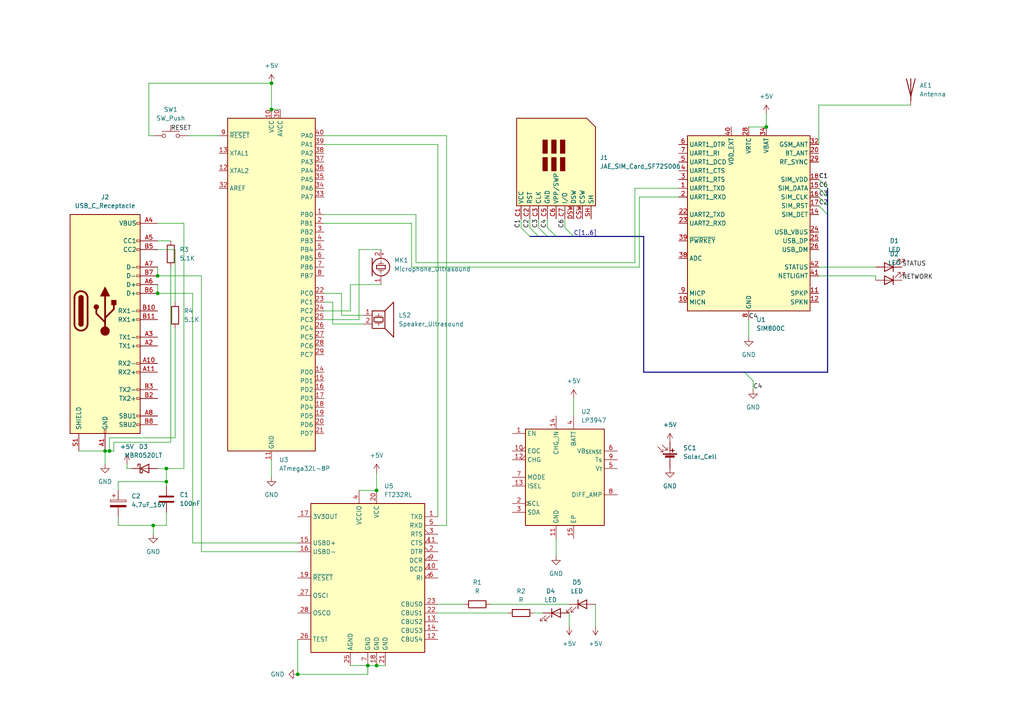
<source format=kicad_sch>
(kicad_sch (version 20231120) (generator "eeschema") (generator_version "8.0")
  (paper "A4")
  (lib_symbols
    (symbol "Battery_Management:LP3947"
      (property "Reference" "U" (at -12.7 17.78 0))
      (property "Value" "LP3947" (at -12.7 15.24 0))
      (symbol "LP3947_0_1"
        (rectangle (start -11.43 13.97) (end 11.43 -13.97) (stroke (width 0.254)) (fill (type background)))
      )
      (symbol "LP3947_1_1"
        (pin input line (at -15.24 12.7 0) (length 3.81) (name "EN") (number "1"))
        (pin open_collector output_low (at -15.24 7.62 0) (length 3.81) (name "EOC") (number "10"))
        (pin power_in line (at -2.54 -17.78 90) (length 3.81) (name "GND") (number "11"))
        (pin open_collector output_low (at -15.24 5.08 0) (length 3.81) (name "CHG") (number "12"))
        (pin input line (at -15.24 -2.54 0) (length 3.81) (name "ISEL") (number "13"))
        (pin power_in line (at -2.54 17.78 270) (length 3.81) (name "CHG_IN") (number "14"))
        (pin power_in line (at 2.54 -17.78 90) (length 3.81) (name "EP") (number "15"))
        (pin input clock (at -15.24 -7.62 0) (length 3.81) (name "SCL") (number "2"))
        (pin bidirectional line (at -15.24 -10.16 0) (length 3.81) (name "SDA") (number "3"))
        (pin power_out line (at 2.54 17.78 270) (length 3.81) (name "BATT") (number "4"))
        (pin power_out line (at 15.24 2.54 180) (length 3.81) (name "V_{T}") (number "5"))
        (pin input line (at 15.24 7.62 180) (length 3.81) (name "VB_{SENSE}") (number "6"))
        (pin input line (at -15.24 0 0) (length 3.81) (name "MODE") (number "7"))
        (pin output line (at 15.24 -5.08 180) (length 3.81) (name "DIFF_AMP") (number "8"))
        (pin input line (at 15.24 5.08 180) (length 3.81) (name "Ts") (number "9"))
      )
    )
    (symbol "Connector:JAE_SIM_Card_SF72S006"
      (property "Reference" "J" (at 5.08 12.7 0))
      (property "Value" "JAE_SIM_Card_SF72S006" (at 30.48 12.7 0))
      (symbol "JAE_SIM_Card_SF72S006_0_1"
        (polyline (pts (xy 3.81 11.43) (xy 3.81 -11.43) (xy 26.67 -11.43) (xy 29.21 -8.89) (xy 29.21 11.43) (xy 3.81 11.43)) (stroke (width 0.254)) (fill (type background)))
        (rectangle (start 13.97 -2.54) (end 17.78 -1.27) (stroke (width 0.254)) (fill (type outline)))
        (rectangle (start 13.97 0) (end 17.78 1.27) (stroke (width 0.254)) (fill (type outline)))
        (rectangle (start 13.97 2.54) (end 17.78 3.81) (stroke (width 0.254)) (fill (type outline)))
        (rectangle (start 19.05 -1.27) (end 22.86 -2.54) (stroke (width 0.254)) (fill (type outline)))
        (rectangle (start 19.05 0) (end 22.86 1.27) (stroke (width 0.254)) (fill (type outline)))
        (rectangle (start 19.05 2.54) (end 22.86 3.81) (stroke (width 0.254)) (fill (type outline)))
      )
      (symbol "JAE_SIM_Card_SF72S006_1_1"
        (pin power_in line (at 0 10.16 0) (length 3.81) (name "VCC") (number "C1"))
        (pin input line (at 0 7.62 0) (length 3.81) (name "RST") (number "C2"))
        (pin input line (at 0 5.08 0) (length 3.81) (name "CLK") (number "C3"))
        (pin power_in line (at 0 2.54 0) (length 3.81) (name "GND") (number "C5"))
        (pin bidirectional line (at 0 0 0) (length 3.81) (name "VPP/SWP") (number "C6"))
        (pin bidirectional line (at 0 -2.54 0) (length 3.81) (name "I/O") (number "C7"))
        (pin passive line (at 0 -7.62 0) (length 3.81) (name "CSW") (number "CSW"))
        (pin passive line (at 0 -5.08 0) (length 3.81) (name "DSW") (number "DSW"))
        (pin passive line (at 0 -10.16 0) (length 3.81) (name "SH") (number "SH"))
      )
    )
    (symbol "Connector:USB_C_Receptacle" (pin_names (offset 1.016))
      (property "Reference" "J" (at -10.16 29.21 0))
      (property "Value" "USB_C_Receptacle" (at 10.16 29.21 0))
      (symbol "USB_C_Receptacle_0_0"
        (rectangle (start -0.254 -35.56) (end 0.254 -34.544))
        (rectangle (start 10.16 -32.766) (end 9.144 -33.274))
        (rectangle (start 10.16 -30.226) (end 9.144 -30.734))
        (rectangle (start 10.16 -25.146) (end 9.144 -25.654))
        (rectangle (start 10.16 -22.606) (end 9.144 -23.114))
        (rectangle (start 10.16 -17.526) (end 9.144 -18.034))
        (rectangle (start 10.16 -14.986) (end 9.144 -15.494))
        (rectangle (start 10.16 -9.906) (end 9.144 -10.414))
        (rectangle (start 10.16 -7.366) (end 9.144 -7.874))
        (rectangle (start 10.16 -2.286) (end 9.144 -2.794))
        (rectangle (start 10.16 0.254) (end 9.144 -0.254))
        (rectangle (start 10.16 5.334) (end 9.144 4.826))
        (rectangle (start 10.16 7.874) (end 9.144 7.366))
        (rectangle (start 10.16 10.414) (end 9.144 9.906))
        (rectangle (start 10.16 12.954) (end 9.144 12.446))
        (rectangle (start 10.16 18.034) (end 9.144 17.526))
        (rectangle (start 10.16 20.574) (end 9.144 20.066))
        (rectangle (start 10.16 25.654) (end 9.144 25.146))
      )
      (symbol "USB_C_Receptacle_0_1"
        (rectangle (start -10.16 27.94) (end 10.16 -35.56) (stroke (width 0.254)) (fill (type background)))
        (arc (start -8.89 -3.81) (mid -6.985 -5.7067) (end -5.08 -3.81) (stroke (width 0.508)))
        (arc (start -7.62 -3.81) (mid -6.985 -4.4423) (end -6.35 -3.81) (stroke (width 0.254)))
        (arc (start -7.62 -3.81) (mid -6.985 -4.4423) (end -6.35 -3.81) (stroke (width 0.254)) (fill (type outline)))
        (rectangle (start -7.62 -3.81) (end -6.35 3.81) (stroke (width 0.254)) (fill (type outline)))
        (arc (start -6.35 3.81) (mid -6.985 4.4423) (end -7.62 3.81) (stroke (width 0.254)))
        (arc (start -6.35 3.81) (mid -6.985 4.4423) (end -7.62 3.81) (stroke (width 0.254)) (fill (type outline)))
        (arc (start -5.08 3.81) (mid -6.985 5.7067) (end -8.89 3.81) (stroke (width 0.508)))
        (polyline (pts (xy -8.89 -3.81) (xy -8.89 3.81)) (stroke (width 0.508)))
        (polyline (pts (xy -5.08 3.81) (xy -5.08 -3.81)) (stroke (width 0.508)))
      )
      (symbol "USB_C_Receptacle_1_1"
        (circle (center -2.54 1.143) (radius 0.635) (stroke (width 0.254)) (fill (type outline)))
        (circle (center 0 -5.842) (radius 1.27) (fill (type outline)))
        (polyline (pts (xy 0 -5.842) (xy 0 4.318)) (stroke (width 0.508)))
        (polyline (pts (xy 0 -3.302) (xy -2.54 -0.762) (xy -2.54 0.508)) (stroke (width 0.508)))
        (polyline (pts (xy 0 -2.032) (xy 2.54 0.508) (xy 2.54 1.778)) (stroke (width 0.508)))
        (polyline (pts (xy -1.27 4.318) (xy 0 6.858) (xy 1.27 4.318) (xy -1.27 4.318)) (stroke (width 0.254)) (fill (type outline)))
        (rectangle (start 1.905 1.778) (end 3.175 3.048) (stroke (width 0.254)) (fill (type outline)))
        (pin passive line (at 0 -40.64 90) (length 5.08) (name "GND") (number "A1"))
        (pin bidirectional line (at 15.24 -15.24 180) (length 5.08) (name "RX2-") (number "A10"))
        (pin bidirectional line (at 15.24 -17.78 180) (length 5.08) (name "RX2+") (number "A11"))
        (pin passive line (at 0 -40.64 90) (length 5.08) hide (name "GND") (number "A12"))
        (pin bidirectional line (at 15.24 -10.16 180) (length 5.08) (name "TX1+") (number "A2"))
        (pin bidirectional line (at 15.24 -7.62 180) (length 5.08) (name "TX1-") (number "A3"))
        (pin passive line (at 15.24 25.4 180) (length 5.08) (name "VBUS") (number "A4"))
        (pin bidirectional line (at 15.24 20.32 180) (length 5.08) (name "CC1") (number "A5"))
        (pin bidirectional line (at 15.24 7.62 180) (length 5.08) (name "D+") (number "A6"))
        (pin bidirectional line (at 15.24 12.7 180) (length 5.08) (name "D-") (number "A7"))
        (pin bidirectional line (at 15.24 -30.48 180) (length 5.08) (name "SBU1") (number "A8"))
        (pin passive line (at 15.24 25.4 180) (length 5.08) hide (name "VBUS") (number "A9"))
        (pin passive line (at 0 -40.64 90) (length 5.08) hide (name "GND") (number "B1"))
        (pin bidirectional line (at 15.24 0 180) (length 5.08) (name "RX1-") (number "B10"))
        (pin bidirectional line (at 15.24 -2.54 180) (length 5.08) (name "RX1+") (number "B11"))
        (pin passive line (at 0 -40.64 90) (length 5.08) hide (name "GND") (number "B12"))
        (pin bidirectional line (at 15.24 -25.4 180) (length 5.08) (name "TX2+") (number "B2"))
        (pin bidirectional line (at 15.24 -22.86 180) (length 5.08) (name "TX2-") (number "B3"))
        (pin passive line (at 15.24 25.4 180) (length 5.08) hide (name "VBUS") (number "B4"))
        (pin bidirectional line (at 15.24 17.78 180) (length 5.08) (name "CC2") (number "B5"))
        (pin bidirectional line (at 15.24 5.08 180) (length 5.08) (name "D+") (number "B6"))
        (pin bidirectional line (at 15.24 10.16 180) (length 5.08) (name "D-") (number "B7"))
        (pin bidirectional line (at 15.24 -33.02 180) (length 5.08) (name "SBU2") (number "B8"))
        (pin passive line (at 15.24 25.4 180) (length 5.08) hide (name "VBUS") (number "B9"))
        (pin passive line (at -7.62 -40.64 90) (length 5.08) (name "SHIELD") (number "S1"))
      )
    )
    (symbol "Device:Antenna" (pin_numbers hide) (pin_names (offset 1.016) hide)
      (property "Reference" "AE" (at -1.905 1.905 0))
      (property "Value" "Antenna" (at -1.905 0 0))
      (symbol "Antenna_0_1"
        (polyline (pts (xy 0 2.54) (xy 0 -3.81)) (stroke (width 0.254)))
        (polyline (pts (xy 1.27 2.54) (xy 0 -2.54) (xy -1.27 2.54)) (stroke (width 0.254)))
      )
      (symbol "Antenna_1_1"
        (pin input line (at 0 -5.08 90) (length 2.54) (name "A") (number "1"))
      )
    )
    (symbol "Device:C" (pin_numbers hide) (pin_names (offset 0.254))
      (property "Reference" "C" (at 0.635 2.54 0))
      (property "Value" "C" (at 0.635 -2.54 0))
      (symbol "C_0_1"
        (polyline (pts (xy -2.032 -0.762) (xy 2.032 -0.762)) (stroke (width 0.508)))
        (polyline (pts (xy -2.032 0.762) (xy 2.032 0.762)) (stroke (width 0.508)))
      )
      (symbol "C_1_1"
        (pin passive line (at 0 3.81 270) (length 2.794) (name "~") (number "1"))
        (pin passive line (at 0 -3.81 90) (length 2.794) (name "~") (number "2"))
      )
    )
    (symbol "Device:C_Polarized" (pin_numbers hide) (pin_names (offset 0.254))
      (property "Reference" "C" (at 0.635 2.54 0))
      (property "Value" "C_Polarized" (at 0.635 -2.54 0))
      (symbol "C_Polarized_0_1"
        (rectangle (start -2.286 0.508) (end 2.286 1.016))
        (polyline (pts (xy -1.778 2.286) (xy -0.762 2.286)))
        (polyline (pts (xy -1.27 2.794) (xy -1.27 1.778)))
        (rectangle (start 2.286 -0.508) (end -2.286 -1.016) (fill (type outline)))
      )
      (symbol "C_Polarized_1_1"
        (pin passive line (at 0 3.81 270) (length 2.794) (name "~") (number "1"))
        (pin passive line (at 0 -3.81 90) (length 2.794) (name "~") (number "2"))
      )
    )
    (symbol "Device:LED" (pin_numbers hide) (pin_names (offset 1.016) hide)
      (property "Reference" "D" (at 0 2.54 0))
      (property "Value" "LED" (at 0 -2.54 0))
      (symbol "LED_0_1"
        (polyline (pts (xy -1.27 -1.27) (xy -1.27 1.27)) (stroke (width 0.254)))
        (polyline (pts (xy -1.27 0) (xy 1.27 0)))
        (polyline (pts (xy 1.27 -1.27) (xy 1.27 1.27) (xy -1.27 0) (xy 1.27 -1.27)) (stroke (width 0.254)))
        (polyline (pts (xy -3.048 -0.762) (xy -4.572 -2.286) (xy -3.81 -2.286) (xy -4.572 -2.286) (xy -4.572 -1.524)))
        (polyline (pts (xy -1.778 -0.762) (xy -3.302 -2.286) (xy -2.54 -2.286) (xy -3.302 -2.286) (xy -3.302 -1.524)))
      )
      (symbol "LED_1_1"
        (pin passive line (at -3.81 0 0) (length 2.54) (name "K") (number "1"))
        (pin passive line (at 3.81 0 180) (length 2.54) (name "A") (number "2"))
      )
    )
    (symbol "Device:Microphone_Ultrasound" (pin_names (offset 0.0254) hide)
      (property "Reference" "MK" (at -3.81 1.143 0))
      (property "Value" "Microphone_Ultrasound" (at -3.81 -0.762 0))
      (symbol "Microphone_Ultrasound_0_1"
        (rectangle (start -1.27 0.508) (end 1.27 -0.508) (stroke (width 0.254)))
        (polyline (pts (xy -2.54 2.54) (xy -2.54 -2.54)) (stroke (width 0.254)))
        (polyline (pts (xy -0.762 -1.016) (xy 0.762 -1.016)))
        (polyline (pts (xy -0.762 1.016) (xy 0.762 1.016)))
        (polyline (pts (xy 0 -1.016) (xy 0 -1.778)))
        (polyline (pts (xy 0 1.016) (xy 0 1.778)))
        (polyline (pts (xy 0.254 3.81) (xy 0.762 3.81)))
        (polyline (pts (xy 0.508 4.064) (xy 0.508 3.556)))
        (circle (center 0 0) (radius 2.54) (stroke (width 0.254)))
      )
      (symbol "Microphone_Ultrasound_1_1"
        (pin passive line (at 0 -5.08 90) (length 2.54) (name "-") (number "1"))
        (pin passive line (at 0 5.08 270) (length 2.54) (name "+") (number "2"))
      )
    )
    (symbol "Device:R" (pin_numbers hide) (pin_names (offset 0))
      (property "Reference" "R" (at 2.032 0 90))
      (property "Value" "R" (at 0 0 90))
      (symbol "R_0_1"
        (rectangle (start -1.016 -2.54) (end 1.016 2.54) (stroke (width 0.254)))
      )
      (symbol "R_1_1"
        (pin passive line (at 0 3.81 270) (length 1.27) (name "~") (number "1"))
        (pin passive line (at 0 -3.81 90) (length 1.27) (name "~") (number "2"))
      )
    )
    (symbol "Device:Solar_Cell" (pin_numbers hide) (pin_names (offset 0) hide)
      (property "Reference" "SC" (at 2.54 2.54 0))
      (property "Value" "Solar_Cell" (at 2.54 0 0))
      (symbol "Solar_Cell_0_1"
        (rectangle (start -2.032 1.778) (end 2.032 1.524) (fill (type outline)))
        (rectangle (start -1.3208 1.1938) (end 1.27 0.6858) (fill (type outline)))
        (polyline (pts (xy -2.032 2.286) (xy -3.556 3.81)))
        (polyline (pts (xy -0.762 2.794) (xy -2.286 4.318)))
        (polyline (pts (xy 0 0.762) (xy 0 0)))
        (polyline (pts (xy 0 1.778) (xy 0 2.54)))
        (polyline (pts (xy 0.254 2.667) (xy 1.27 2.667)) (stroke (width 0.254)))
        (polyline (pts (xy 0.762 3.175) (xy 0.762 2.159)) (stroke (width 0.254)))
        (polyline (pts (xy -2.032 3.048) (xy -2.032 2.286) (xy -2.794 2.286)))
        (polyline (pts (xy -0.762 3.556) (xy -0.762 2.794) (xy -1.524 2.794)))
      )
      (symbol "Solar_Cell_1_1"
        (pin passive line (at 0 5.08 270) (length 2.54) (name "+") (number "1"))
        (pin passive line (at 0 -2.54 90) (length 2.54) (name "-") (number "2"))
      )
    )
    (symbol "Device:Speaker_Ultrasound" (pin_names (offset 0) hide)
      (property "Reference" "LS" (at 0.635 5.715 0))
      (property "Value" "Speaker_Ultrasound" (at 0.635 3.81 0))
      (symbol "Speaker_Ultrasound_0_0"
        (rectangle (start -2.54 1.27) (end 1.143 -3.81) (stroke (width 0.254)))
        (rectangle (start -2.032 -0.635) (end 0.635 -1.905) (stroke (width 0.254)))
        (polyline (pts (xy -1.651 -2.286) (xy 0.381 -2.286)))
        (polyline (pts (xy -1.651 -0.254) (xy 0.381 -0.254)))
        (polyline (pts (xy -0.635 -2.286) (xy -0.635 -3.048)))
        (polyline (pts (xy -0.635 -0.254) (xy -0.635 0.508)))
        (polyline (pts (xy 1.143 1.27) (xy 3.683 3.81) (xy 3.683 -6.35) (xy 1.143 -3.81)) (stroke (width 0.254)))
      )
      (symbol "Speaker_Ultrasound_1_1"
        (pin input line (at -5.08 0 0) (length 2.54) (name "1") (number "1"))
        (pin input line (at -5.08 -2.54 0) (length 2.54) (name "2") (number "2"))
      )
    )
    (symbol "Diode:MBR0520LT" (pin_numbers hide) (pin_names (offset 1.016) hide)
      (property "Reference" "D" (at 0 2.54 0))
      (property "Value" "MBR0520LT" (at 0 -2.54 0))
      (symbol "MBR0520LT_0_1"
        (polyline (pts (xy 1.27 0) (xy -1.27 0)))
        (polyline (pts (xy 1.27 1.27) (xy 1.27 -1.27) (xy -1.27 0) (xy 1.27 1.27)) (stroke (width 0.254)))
        (polyline (pts (xy -1.905 0.635) (xy -1.905 1.27) (xy -1.27 1.27) (xy -1.27 -1.27) (xy -0.635 -1.27) (xy -0.635 -0.635)) (stroke (width 0.254)))
      )
      (symbol "MBR0520LT_1_1"
        (pin passive line (at -3.81 0 0) (length 2.54) (name "K") (number "1"))
        (pin passive line (at 3.81 0 180) (length 2.54) (name "A") (number "2"))
      )
    )
    (symbol "Interface_USB:FT232RL"
      (property "Reference" "U" (at -16.51 22.86 0))
      (property "Value" "FT232RL" (at 10.16 22.86 0))
      (symbol "FT232RL_0_1"
        (rectangle (start -16.51 21.59) (end 16.51 -21.59) (stroke (width 0.254)) (fill (type background)))
      )
      (symbol "FT232RL_1_1"
        (pin output line (at 20.32 17.78 180) (length 3.81) (name "TXD") (number "1"))
        (pin input input_low (at 20.32 2.54 180) (length 3.81) (name "DCD") (number "10"))
        (pin input input_low (at 20.32 10.16 180) (length 3.81) (name "CTS") (number "11"))
        (pin bidirectional line (at 20.32 -17.78 180) (length 3.81) (name "CBUS4") (number "12"))
        (pin bidirectional line (at 20.32 -12.7 180) (length 3.81) (name "CBUS2") (number "13"))
        (pin bidirectional line (at 20.32 -15.24 180) (length 3.81) (name "CBUS3") (number "14"))
        (pin bidirectional line (at -20.32 10.16 0) (length 3.81) (name "USBD+") (number "15"))
        (pin bidirectional line (at -20.32 7.62 0) (length 3.81) (name "USBD-") (number "16"))
        (pin power_out line (at -20.32 17.78 0) (length 3.81) (name "3V3OUT") (number "17"))
        (pin power_in line (at 2.54 -25.4 90) (length 3.81) (name "GND") (number "18"))
        (pin input line (at -20.32 0 0) (length 3.81) (name "~{RESET}") (number "19"))
        (pin output output_low (at 20.32 7.62 180) (length 3.81) (name "DTR") (number "2"))
        (pin power_in line (at 2.54 25.4 270) (length 3.81) (name "VCC") (number "20"))
        (pin power_in line (at 5.08 -25.4 90) (length 3.81) (name "GND") (number "21"))
        (pin bidirectional line (at 20.32 -10.16 180) (length 3.81) (name "CBUS1") (number "22"))
        (pin bidirectional line (at 20.32 -7.62 180) (length 3.81) (name "CBUS0") (number "23"))
        (pin power_in line (at -5.08 -25.4 90) (length 3.81) (name "AGND") (number "25"))
        (pin input line (at -20.32 -17.78 0) (length 3.81) (name "TEST") (number "26"))
        (pin input line (at -20.32 -5.08 0) (length 3.81) (name "OSCI") (number "27"))
        (pin output line (at -20.32 -10.16 0) (length 3.81) (name "OSCO") (number "28"))
        (pin output output_low (at 20.32 12.7 180) (length 3.81) (name "RTS") (number "3"))
        (pin power_in line (at -2.54 25.4 270) (length 3.81) (name "VCCIO") (number "4"))
        (pin input line (at 20.32 15.24 180) (length 3.81) (name "RXD") (number "5"))
        (pin input input_low (at 20.32 0 180) (length 3.81) (name "RI") (number "6"))
        (pin power_in line (at 0 -25.4 90) (length 3.81) (name "GND") (number "7"))
        (pin input input_low (at 20.32 5.08 180) (length 3.81) (name "DCR") (number "9"))
      )
    )
    (symbol "MCU_Microchip_ATmega:ATmega32L-8P"
      (property "Reference" "U" (at -12.7 49.53 0))
      (property "Value" "ATmega32L-8P" (at 2.54 -49.53 0))
      (symbol "ATmega32L-8P_0_1"
        (rectangle (start -12.7 -48.26) (end 12.7 48.26) (stroke (width 0.254)) (fill (type background)))
      )
      (symbol "ATmega32L-8P_1_1"
        (pin bidirectional line (at 15.24 20.32 180) (length 2.54) (name "PB0") (number "1"))
        (pin power_in line (at 0 50.8 270) (length 2.54) (name "VCC") (number "10"))
        (pin power_in line (at 0 -50.8 90) (length 2.54) (name "GND") (number "11"))
        (pin output line (at -15.24 33.02 0) (length 2.54) (name "XTAL2") (number "12"))
        (pin input line (at -15.24 38.1 0) (length 2.54) (name "XTAL1") (number "13"))
        (pin bidirectional line (at 15.24 -25.4 180) (length 2.54) (name "PD0") (number "14"))
        (pin bidirectional line (at 15.24 -27.94 180) (length 2.54) (name "PD1") (number "15"))
        (pin bidirectional line (at 15.24 -30.48 180) (length 2.54) (name "PD2") (number "16"))
        (pin bidirectional line (at 15.24 -33.02 180) (length 2.54) (name "PD3") (number "17"))
        (pin bidirectional line (at 15.24 -35.56 180) (length 2.54) (name "PD4") (number "18"))
        (pin bidirectional line (at 15.24 -38.1 180) (length 2.54) (name "PD5") (number "19"))
        (pin bidirectional line (at 15.24 17.78 180) (length 2.54) (name "PB1") (number "2"))
        (pin bidirectional line (at 15.24 -40.64 180) (length 2.54) (name "PD6") (number "20"))
        (pin bidirectional line (at 15.24 -43.18 180) (length 2.54) (name "PD7") (number "21"))
        (pin bidirectional line (at 15.24 -2.54 180) (length 2.54) (name "PC0") (number "22"))
        (pin bidirectional line (at 15.24 -5.08 180) (length 2.54) (name "PC1") (number "23"))
        (pin bidirectional line (at 15.24 -7.62 180) (length 2.54) (name "PC2") (number "24"))
        (pin bidirectional line (at 15.24 -10.16 180) (length 2.54) (name "PC3") (number "25"))
        (pin bidirectional line (at 15.24 -12.7 180) (length 2.54) (name "PC4") (number "26"))
        (pin bidirectional line (at 15.24 -15.24 180) (length 2.54) (name "PC5") (number "27"))
        (pin bidirectional line (at 15.24 -17.78 180) (length 2.54) (name "PC6") (number "28"))
        (pin bidirectional line (at 15.24 -20.32 180) (length 2.54) (name "PC7") (number "29"))
        (pin bidirectional line (at 15.24 15.24 180) (length 2.54) (name "PB2") (number "3"))
        (pin power_in line (at 2.54 50.8 270) (length 2.54) (name "AVCC") (number "30"))
        (pin passive line (at 0 -50.8 90) (length 2.54) hide (name "GND") (number "31"))
        (pin passive line (at -15.24 27.94 0) (length 2.54) (name "AREF") (number "32"))
        (pin bidirectional line (at 15.24 25.4 180) (length 2.54) (name "PA7") (number "33"))
        (pin bidirectional line (at 15.24 27.94 180) (length 2.54) (name "PA6") (number "34"))
        (pin bidirectional line (at 15.24 30.48 180) (length 2.54) (name "PA5") (number "35"))
        (pin bidirectional line (at 15.24 33.02 180) (length 2.54) (name "PA4") (number "36"))
        (pin bidirectional line (at 15.24 35.56 180) (length 2.54) (name "PA3") (number "37"))
        (pin bidirectional line (at 15.24 38.1 180) (length 2.54) (name "PA2") (number "38"))
        (pin bidirectional line (at 15.24 40.64 180) (length 2.54) (name "PA1") (number "39"))
        (pin bidirectional line (at 15.24 12.7 180) (length 2.54) (name "PB3") (number "4"))
        (pin bidirectional line (at 15.24 43.18 180) (length 2.54) (name "PA0") (number "40"))
        (pin bidirectional line (at 15.24 10.16 180) (length 2.54) (name "PB4") (number "5"))
        (pin bidirectional line (at 15.24 7.62 180) (length 2.54) (name "PB5") (number "6"))
        (pin bidirectional line (at 15.24 5.08 180) (length 2.54) (name "PB6") (number "7"))
        (pin bidirectional line (at 15.24 2.54 180) (length 2.54) (name "PB7") (number "8"))
        (pin input line (at -15.24 43.18 0) (length 2.54) (name "~{RESET}") (number "9"))
      )
    )
    (symbol "RF_GSM:SIM800C"
      (property "Reference" "U" (at -15.24 26.67 0))
      (property "Value" "SIM800C" (at 12.7 26.67 0))
      (symbol "SIM800C_0_1"
        (rectangle (start -17.78 25.4) (end 17.78 -25.4) (stroke (width 0.254)) (fill (type background)))
      )
      (symbol "SIM800C_1_1"
        (pin output line (at -20.32 10.16 0) (length 2.54) (name "UART1_TXD") (number "1"))
        (pin input line (at -20.32 -22.86 0) (length 2.54) (name "MICN") (number "10"))
        (pin output line (at 20.32 -20.32 180) (length 2.54) (name "SPKP") (number "11"))
        (pin output line (at 20.32 -22.86 180) (length 2.54) (name "SPKN") (number "12"))
        (pin passive line (at 0 -27.94 90) (length 2.54) hide (name "GND") (number "13"))
        (pin input line (at 20.32 2.54 180) (length 2.54) (name "SIM_DET") (number "14"))
        (pin bidirectional line (at 20.32 10.16 180) (length 2.54) (name "SIM_DATA") (number "15"))
        (pin output line (at 20.32 7.62 180) (length 2.54) (name "SIM_CLK") (number "16"))
        (pin output line (at 20.32 5.08 180) (length 2.54) (name "SIM_RST") (number "17"))
        (pin power_out line (at 20.32 12.7 180) (length 2.54) (name "SIM_VDD") (number "18"))
        (pin passive line (at 0 -27.94 90) (length 2.54) hide (name "GND") (number "19"))
        (pin input line (at -20.32 7.62 0) (length 2.54) (name "UART1_RXD") (number "2"))
        (pin passive line (at 20.32 20.32 180) (length 2.54) (name "BT_ANT") (number "20"))
        (pin passive line (at 0 -27.94 90) (length 2.54) hide (name "GND") (number "21"))
        (pin output line (at -20.32 2.54 0) (length 2.54) (name "UART2_TXD") (number "22"))
        (pin input line (at -20.32 0 0) (length 2.54) (name "UART2_RXD") (number "23"))
        (pin input line (at 20.32 -2.54 180) (length 2.54) (name "USB_VBUS") (number "24"))
        (pin bidirectional line (at 20.32 -5.08 180) (length 2.54) (name "USB_DP") (number "25"))
        (pin bidirectional line (at 20.32 -7.62 180) (length 2.54) (name "USB_DM") (number "26"))
        (pin passive line (at 0 -27.94 90) (length 2.54) hide (name "GND") (number "27"))
        (pin power_in line (at 0 27.94 270) (length 2.54) (name "VRTC") (number "28"))
        (pin output line (at 20.32 17.78 180) (length 2.54) (name "RF_SYNC") (number "29"))
        (pin input line (at -20.32 12.7 0) (length 2.54) (name "UART1_RTS") (number "3"))
        (pin passive line (at 0 -27.94 90) (length 2.54) hide (name "GND") (number "30"))
        (pin passive line (at 0 -27.94 90) (length 2.54) hide (name "GND") (number "31"))
        (pin passive line (at 20.32 22.86 180) (length 2.54) (name "GSM_ANT") (number "32"))
        (pin passive line (at 0 -27.94 90) (length 2.54) hide (name "GND") (number "33"))
        (pin power_in line (at 5.08 27.94 270) (length 2.54) (name "VBAT") (number "34"))
        (pin passive line (at 5.08 27.94 270) (length 2.54) hide (name "VBAT") (number "35"))
        (pin passive line (at 0 -27.94 90) (length 2.54) hide (name "GND") (number "36"))
        (pin passive line (at 0 -27.94 90) (length 2.54) hide (name "GND") (number "37"))
        (pin input line (at -20.32 -10.16 0) (length 2.54) (name "ADC") (number "38"))
        (pin input line (at -20.32 -5.08 0) (length 2.54) (name "~{PWRKEY}") (number "39"))
        (pin output line (at -20.32 15.24 0) (length 2.54) (name "UART1_CTS") (number "4"))
        (pin power_out line (at -5.08 27.94 270) (length 2.54) (name "VDD_EXT") (number "40"))
        (pin output line (at 20.32 -15.24 180) (length 2.54) (name "NETLIGHT") (number "41"))
        (pin output line (at 20.32 -12.7 180) (length 2.54) (name "STATUS") (number "42"))
        (pin output line (at -20.32 17.78 0) (length 2.54) (name "UART1_DCD") (number "5"))
        (pin input line (at -20.32 22.86 0) (length 2.54) (name "UART1_DTR") (number "6"))
        (pin output line (at -20.32 20.32 0) (length 2.54) (name "UART1_RI") (number "7"))
        (pin power_in line (at 0 -27.94 90) (length 2.54) (name "GND") (number "8"))
        (pin input line (at -20.32 -20.32 0) (length 2.54) (name "MICP") (number "9"))
      )
    )
    (symbol "Switch:SW_Push" (pin_numbers hide) (pin_names (offset 1.016) hide)
      (property "Reference" "SW" (at 1.27 2.54 0))
      (property "Value" "SW_Push" (at 0 -1.524 0))
      (symbol "SW_Push_0_1"
        (circle (center -2.032 0) (radius 0.508))
        (polyline (pts (xy 0 1.27) (xy 0 3.048)))
        (polyline (pts (xy 2.54 1.27) (xy -2.54 1.27)))
        (circle (center 2.032 0) (radius 0.508))
        (pin passive line (at -5.08 0 0) (length 2.54) (name "1") (number "1"))
        (pin passive line (at 5.08 0 180) (length 2.54) (name "2") (number "2"))
      )
    )
    (symbol "power:+5V" (power) (pin_names (offset 0))
      (property "Value" "+5V" (at 0 3.556 0))
      (symbol "+5V_0_1"
        (polyline (pts (xy -0.762 1.27) (xy 0 2.54)))
        (polyline (pts (xy 0 0) (xy 0 2.54)))
        (polyline (pts (xy 0 2.54) (xy 0.762 1.27)))
      )
      (symbol "+5V_1_1"
        (pin power_in line (at 0 0 90) (length 0) hide (name "+5V") (number "1"))
      )
    )
    (symbol "power:GND" (power) (pin_names (offset 0))
      (property "Value" "GND" (at 0 -3.81 0))
      (symbol "GND_0_1"
        (polyline (pts (xy 0 0) (xy 0 -1.27) (xy 1.27 -1.27) (xy 0 -2.54) (xy -1.27 -1.27) (xy 0 -1.27)))
      )
      (symbol "GND_1_1"
        (pin power_in line (at 0 0 270) (length 0) hide (name "GND") (number "1"))
      )
    )
  )
  (junction (at 45.72 85.09))
  (junction (at 30.48 130.81))
  (junction (at 78.74 31.75))
  (junction (at 109.22 142.24))
  (junction (at 48.26 135.89))
  (junction (at 106.68 193.04))
  (junction (at 78.74 24.13))
  (junction (at 222.25 36.83))
  (junction (at 31.75 130.81))
  (junction (at 45.72 80.01))
  (junction (at 86.36 195.58))
  (junction (at 48.26 139.7))
  (junction (at 109.22 193.04))
  (junction (at 44.45 152.4))
  (bus_entry (at 240.03 54.61) (size -2.54 -2.54))
  (bus_entry (at 240.03 62.23) (size -2.54 -2.54))
  (bus_entry (at 240.03 57.15) (size -2.54 -2.54))
  (bus_entry (at 158.75 66.04) (size 2.54 2.54))
  (bus_entry (at 163.83 66.04) (size 2.54 2.54))
  (bus_entry (at 151.13 66.04) (size 2.54 2.54))
  (bus_entry (at 153.67 66.04) (size 2.54 2.54))
  (bus_entry (at 215.9 107.95) (size 2.54 2.54))
  (bus_entry (at 240.03 59.69) (size -2.54 -2.54))
  (bus_entry (at 156.21 66.04) (size 2.54 2.54))
  (wire (pts (xy 106.68 193.04) (xy 106.68 195.58)))
  (wire (pts (xy 78.74 133.35) (xy 78.74 138.43)))
  (bus (pts (xy 158.75 68.58) (xy 161.29 68.58)))
  (wire (pts (xy 218.44 110.49) (xy 218.44 113.03)))
  (wire (pts (xy 93.98 64.77) (xy 119.38 64.77)))
  (wire (pts (xy 264.16 30.48) (xy 237.49 30.48)))
  (wire (pts (xy 127 177.8) (xy 147.32 177.8)))
  (wire (pts (xy 43.18 24.13) (xy 43.18 39.37)))
  (wire (pts (xy 105.41 91.44) (xy 99.06 91.44)))
  (wire (pts (xy 101.6 193.04) (xy 106.68 193.04)))
  (wire (pts (xy 34.29 139.7) (xy 48.26 139.7)))
  (wire (pts (xy 48.26 152.4) (xy 44.45 152.4)))
  (wire (pts (xy 165.1 177.8) (xy 165.1 181.61)))
  (wire (pts (xy 78.74 31.75) (xy 78.74 24.13)))
  (bus (pts (xy 186.69 107.95) (xy 215.9 107.95)))
  (wire (pts (xy 106.68 193.04) (xy 109.22 193.04)))
  (wire (pts (xy 184.15 76.2) (xy 120.65 76.2)))
  (wire (pts (xy 30.48 130.81) (xy 30.48 134.62)))
  (wire (pts (xy 48.26 135.89) (xy 48.26 139.7)))
  (wire (pts (xy 55.88 85.09) (xy 55.88 157.48)))
  (wire (pts (xy 104.14 72.39) (xy 104.14 92.71)))
  (wire (pts (xy 55.88 157.48) (xy 86.36 157.48)))
  (bus (pts (xy 156.21 68.58) (xy 158.75 68.58)))
  (wire (pts (xy 120.65 62.23) (xy 120.65 76.2)))
  (wire (pts (xy 78.74 24.13) (xy 43.18 24.13)))
  (wire (pts (xy 163.83 63.5) (xy 163.83 66.04)))
  (wire (pts (xy 104.14 142.24) (xy 109.22 142.24)))
  (bus (pts (xy 186.69 68.58) (xy 186.69 107.95)))
  (wire (pts (xy 184.15 54.61) (xy 184.15 76.2)))
  (wire (pts (xy 153.67 63.5) (xy 153.67 66.04)))
  (wire (pts (xy 36.83 134.62) (xy 36.83 135.89)))
  (wire (pts (xy 50.8 127) (xy 31.75 127)))
  (wire (pts (xy 172.72 175.26) (xy 172.72 181.61)))
  (wire (pts (xy 127 175.26) (xy 134.62 175.26)))
  (wire (pts (xy 158.75 63.5) (xy 158.75 66.04)))
  (wire (pts (xy 129.54 152.4) (xy 129.54 39.37)))
  (wire (pts (xy 53.34 64.77) (xy 53.34 135.89)))
  (wire (pts (xy 156.21 63.5) (xy 156.21 66.04)))
  (wire (pts (xy 50.8 95.25) (xy 50.8 127)))
  (wire (pts (xy 86.36 195.58) (xy 106.68 195.58)))
  (wire (pts (xy 185.42 77.47) (xy 185.42 57.15)))
  (wire (pts (xy 105.41 93.98) (xy 96.52 93.98)))
  (wire (pts (xy 50.8 72.39) (xy 50.8 87.63)))
  (wire (pts (xy 45.72 77.47) (xy 45.72 80.01)))
  (wire (pts (xy 45.72 85.09) (xy 55.88 85.09)))
  (wire (pts (xy 58.42 160.02) (xy 58.42 80.01)))
  (bus (pts (xy 240.03 57.15) (xy 240.03 59.69)))
  (wire (pts (xy 45.72 64.77) (xy 53.34 64.77)))
  (bus (pts (xy 240.03 54.61) (xy 240.03 57.15)))
  (wire (pts (xy 30.48 130.81) (xy 31.75 130.81)))
  (wire (pts (xy 93.98 92.71) (xy 104.14 92.71)))
  (wire (pts (xy 217.17 92.71) (xy 217.17 97.79)))
  (wire (pts (xy 45.72 135.89) (xy 48.26 135.89)))
  (wire (pts (xy 99.06 85.09) (xy 93.98 85.09)))
  (wire (pts (xy 96.52 93.98) (xy 96.52 87.63)))
  (wire (pts (xy 93.98 41.91) (xy 127 41.91)))
  (wire (pts (xy 119.38 77.47) (xy 185.42 77.47)))
  (wire (pts (xy 44.45 152.4) (xy 34.29 152.4)))
  (wire (pts (xy 49.53 77.47) (xy 49.53 128.27)))
  (wire (pts (xy 237.49 77.47) (xy 254 77.47)))
  (bus (pts (xy 240.03 59.69) (xy 240.03 62.23)))
  (wire (pts (xy 45.72 69.85) (xy 49.53 69.85)))
  (wire (pts (xy 54.61 39.37) (xy 63.5 39.37)))
  (bus (pts (xy 161.29 68.58) (xy 166.37 68.58)))
  (wire (pts (xy 33.02 130.81) (xy 33.02 128.27)))
  (wire (pts (xy 22.86 130.81) (xy 30.48 130.81)))
  (wire (pts (xy 237.49 80.01) (xy 254 80.01)))
  (wire (pts (xy 78.74 31.75) (xy 81.28 31.75)))
  (wire (pts (xy 45.72 72.39) (xy 50.8 72.39)))
  (wire (pts (xy 48.26 139.7) (xy 48.26 140.97)))
  (wire (pts (xy 110.49 82.55) (xy 101.6 82.55)))
  (wire (pts (xy 86.36 160.02) (xy 58.42 160.02)))
  (wire (pts (xy 196.85 54.61) (xy 184.15 54.61)))
  (bus (pts (xy 215.9 107.95) (xy 240.03 107.95)))
  (wire (pts (xy 31.75 127) (xy 31.75 130.81)))
  (wire (pts (xy 110.49 72.39) (xy 104.14 72.39)))
  (wire (pts (xy 48.26 148.59) (xy 48.26 152.4)))
  (wire (pts (xy 127 41.91) (xy 127 149.86)))
  (wire (pts (xy 44.45 152.4) (xy 44.45 154.94)))
  (bus (pts (xy 240.03 62.23) (xy 240.03 107.95)))
  (wire (pts (xy 151.13 63.5) (xy 151.13 66.04)))
  (wire (pts (xy 93.98 39.37) (xy 129.54 39.37)))
  (wire (pts (xy 38.1 135.89) (xy 36.83 135.89)))
  (wire (pts (xy 109.22 137.16) (xy 109.22 142.24)))
  (wire (pts (xy 127 152.4) (xy 129.54 152.4)))
  (wire (pts (xy 161.29 156.21) (xy 161.29 161.29)))
  (wire (pts (xy 166.37 115.57) (xy 166.37 120.65)))
  (wire (pts (xy 93.98 87.63) (xy 96.52 87.63)))
  (wire (pts (xy 109.22 193.04) (xy 111.76 193.04)))
  (wire (pts (xy 237.49 30.48) (xy 237.49 41.91)))
  (wire (pts (xy 43.18 39.37) (xy 44.45 39.37)))
  (wire (pts (xy 86.36 185.42) (xy 86.36 195.58)))
  (wire (pts (xy 217.17 36.83) (xy 222.25 36.83)))
  (wire (pts (xy 48.26 135.89) (xy 53.34 135.89)))
  (wire (pts (xy 31.75 130.81) (xy 33.02 130.81)))
  (wire (pts (xy 45.72 80.01) (xy 58.42 80.01)))
  (wire (pts (xy 142.24 175.26) (xy 165.1 175.26)))
  (bus (pts (xy 153.67 68.58) (xy 156.21 68.58)))
  (wire (pts (xy 154.94 177.8) (xy 157.48 177.8)))
  (wire (pts (xy 101.6 82.55) (xy 101.6 90.17)))
  (wire (pts (xy 185.42 57.15) (xy 196.85 57.15)))
  (wire (pts (xy 34.29 149.86) (xy 34.29 152.4)))
  (bus (pts (xy 166.37 68.58) (xy 186.69 68.58)))
  (wire (pts (xy 119.38 77.47) (xy 119.38 64.77)))
  (wire (pts (xy 34.29 142.24) (xy 34.29 139.7)))
  (wire (pts (xy 33.02 128.27) (xy 49.53 128.27)))
  (wire (pts (xy 222.25 33.02) (xy 222.25 36.83)))
  (wire (pts (xy 45.72 82.55) (xy 45.72 85.09)))
  (wire (pts (xy 93.98 62.23) (xy 120.65 62.23)))
  (wire (pts (xy 254 80.01) (xy 254 81.28)))
  (wire (pts (xy 99.06 91.44) (xy 99.06 85.09)))
  (wire (pts (xy 93.98 90.17) (xy 101.6 90.17)))
  (label "STATUS" (at 261.62 77.47 0))
  (label "C4" (at 218.44 113.03 0))
  (label "C4" (at 158.75 63.5 270))
  (label "RESET" (at 49.53 38.1 0))
  (label "NETWORK" (at 261.62 81.28 0))
  (label "C2" (at 237.49 59.69 0))
  (label "C2" (at 153.67 63.5 270))
  (label "C6" (at 163.83 63.5 270))
  (label "C1" (at 151.13 63.5 270))
  (label "C1" (at 237.49 52.07 0))
  (label "C[1..6]" (at 166.37 68.58 0))
  (label "C6" (at 237.49 54.61 0))
  (label "C3" (at 237.49 57.15 0))
  (label "C4" (at 217.17 92.71 0))
  (label "C3" (at 156.21 63.5 270))
  (label "C1" (at 237.49 52.07 0))
  (symbol (lib_id "Device:R") (at 138.43 175.26 90) (unit 1)
    (property "Reference" "R1" (at 138.43 168.91 90))
    (property "Value" "R" (at 138.43 171.45 90))
  )
  (symbol (lib_id "power:GND") (at 30.48 134.62 0) (unit 1)
    (property "Reference" "#PWR03" (effects (hide yes)))
    (property "Value" "GND" (at 30.48 139.7 0))
  )
  (symbol (lib_id "power:+5V") (at 166.37 115.57 0) (unit 1)
    (property "Reference" "#PWR011" (effects (hide yes)))
    (property "Value" "+5V" (at 166.37 110.49 0))
  )
  (symbol (lib_id "power:+5V") (at 194.31 128.27 0) (unit 1)
    (property "Reference" "#PWR016" (effects (hide yes)))
    (property "Value" "+5V" (at 194.31 123.19 0))
  )
  (symbol (lib_id "power:GND") (at 86.36 195.58 270) (unit 1)
    (property "Reference" "#PWR04" (effects (hide yes)))
    (property "Value" "GND" (at 82.55 195.58 90) (effects (justify right)))
  )
  (symbol (lib_id "Device:Speaker_Ultrasound") (at 110.49 91.44 0) (unit 1)
    (property "Reference" "LS2" (at 115.57 91.44 0) (effects (justify left)))
    (property "Value" "Speaker_Ultrasound" (at 115.57 93.98 0) (effects (justify left)))
  )
  (symbol (lib_id "Device:Microphone_Ultrasound") (at 110.49 77.47 0) (unit 1)
    (property "Reference" "MK1" (at 114.3 75.5015 0) (effects (justify left)))
    (property "Value" "Microphone_Ultrasound" (at 114.3 78.0415 0) (effects (justify left)))
  )
  (symbol (lib_id "Interface_USB:FT232RL") (at 106.68 167.64 0) (unit 1)
    (property "Reference" "U5" (at 111.4141 140.97 0) (effects (justify left)))
    (property "Value" "FT232RL" (at 111.4141 143.51 0) (effects (justify left)))
    (property "Footprint" "Package_SO:SSOP-28_5.3x10.2mm_P0.65mm" (effects (hide yes)))
    (property "Datasheet" "https://www.ftdichip.com/Support/Documents/DataSheets/ICs/DS_FT232R.pdf" (effects (hide yes)))
  )
  (symbol (lib_id "power:+5V") (at 109.22 137.16 0) (unit 1)
    (property "Reference" "#PWR07" (effects (hide yes)))
    (property "Value" "+5V" (at 109.22 132.08 0))
  )
  (symbol (lib_id "Device:R") (at 50.8 91.44 0) (unit 1)
    (property "Reference" "R4" (at 53.34 90.17 0) (effects (justify left)))
    (property "Value" "5.1K" (at 53.34 92.71 0) (effects (justify left)))
  )
  (symbol (lib_id "power:GND") (at 218.44 113.03 0) (unit 1)
    (property "Reference" "#PWR014" (effects (hide yes)))
    (property "Value" "GND" (at 218.44 118.11 0))
  )
  (symbol (lib_id "RF_GSM:SIM800C") (at 217.17 64.77 0) (unit 1)
    (property "Reference" "U1" (at 219.3641 92.71 0) (effects (justify left)))
    (property "Value" "SIM800C" (at 219.3641 95.25 0) (effects (justify left)))
    (property "Footprint" "RF_GSM:SIMCom_SIM800C" (effects (hide yes)))
    (property "Datasheet" "http://simcom.ee/documents/SIM800C/SIM800C_Hardware_Design_V1.05.pdf" (effects (hide yes)))
  )
  (symbol (lib_id "power:GND") (at 78.74 138.43 0) (unit 1)
    (property "Reference" "#PWR06" (effects (hide yes)))
    (property "Value" "GND" (at 78.74 143.51 0))
  )
  (symbol (lib_id "Diode:MBR0520LT") (at 41.91 135.89 0) (unit 1)
    (property "Reference" "D3" (at 41.5925 129.54 0))
    (property "Value" "MBR0520LT" (at 41.5925 132.08 0))
    (property "Footprint" "Diode_SMD:D_SOD-123" (effects (hide yes)))
    (property "Datasheet" "http://www.onsemi.com/pub_link/Collateral/MBR0520LT1-D.PDF" (effects (hide yes)))
  )
  (symbol (lib_id "Device:C") (at 48.26 144.78 0) (unit 1)
    (property "Reference" "C1" (at 52.07 143.51 0) (effects (justify left)))
    (property "Value" "100nF" (at 52.07 146.05 0) (effects (justify left)))
  )
  (symbol (lib_id "power:GND") (at 194.31 135.89 0) (unit 1)
    (property "Reference" "#PWR015" (effects (hide yes)))
    (property "Value" "GND" (at 194.31 140.97 0))
  )
  (symbol (lib_id "MCU_Microchip_ATmega:ATmega32L-8P") (at 78.74 82.55 0) (unit 1)
    (property "Reference" "U3" (at 80.9341 133.35 0) (effects (justify left)))
    (property "Value" "ATmega32L-8P" (at 80.9341 135.89 0) (effects (justify left)))
    (property "Footprint" "Package_DIP:DIP-40_W15.24mm" (effects (hide yes)))
    (property "Datasheet" "http://ww1.microchip.com/downloads/en/DeviceDoc/doc2503.pdf" (effects (hide yes)))
  )
  (symbol (lib_id "Connector:JAE_SIM_Card_SF72S006") (at 161.29 63.5 90) (unit 1)
    (property "Reference" "J1" (at 173.99 45.72 90) (effects (justify right)))
    (property "Value" "JAE_SIM_Card_SF72S006" (at 173.99 48.26 90) (effects (justify right)))
    (property "Footprint" "Connector_JAE:JAE_SIM_Card_SF72S006" (effects (hide yes)))
    (property "Datasheet" "https://www.jae.com/direct/topics/topics_file_download/topics_id=68892&ext_no=06&index=0&_lang=en&v=202003111511468456809" (effects (hide yes)))
  )
  (symbol (lib_id "Device:LED") (at 257.81 77.47 180) (unit 1)
    (property "Reference" "D1" (at 259.3975 69.85 0))
    (property "Value" "LED" (at 259.3975 72.39 0))
  )
  (symbol (lib_id "Device:LED") (at 168.91 175.26 0) (unit 1)
    (property "Reference" "D5" (at 167.3225 168.91 0))
    (property "Value" "LED" (at 167.3225 171.45 0))
  )
  (symbol (lib_id "Device:Solar_Cell") (at 194.31 133.35 0) (unit 1)
    (property "Reference" "SC1" (at 198.12 129.921 0) (effects (justify left)))
    (property "Value" "Solar_Cell" (at 198.12 132.461 0) (effects (justify left)))
  )
  (symbol (lib_id "Connector:USB_C_Receptacle") (at 30.48 90.17 0) (unit 1)
    (property "Reference" "J2" (at 30.48 57.15 0))
    (property "Value" "USB_C_Receptacle" (at 30.48 59.69 0))
    (property "Datasheet" "https://www.usb.org/sites/default/files/documents/usb_type-c.zip" (effects (hide yes)))
  )
  (symbol (lib_id "power:GND") (at 44.45 154.94 0) (unit 1)
    (property "Reference" "#PWR01" (effects (hide yes)))
    (property "Value" "GND" (at 44.45 160.02 0))
  )
  (symbol (lib_id "Battery_Management:LP3947") (at 163.83 138.43 0) (unit 1)
    (property "Reference" "U2" (at 168.5641 119.38 0) (effects (justify left)))
    (property "Value" "LP3947" (at 168.5641 121.92 0) (effects (justify left)))
    (property "Footprint" "Package_SON:WSON-14-1EP_4.0x4.0mm_P0.5mm_EP2.6x2.6mm" (effects (hide yes)))
    (property "Datasheet" "http://www.ti.com/lit/ds/symlink/lp3947.pdf" (effects (hide yes)))
  )
  (symbol (lib_id "Device:Antenna") (at 264.16 25.4 0) (unit 1)
    (property "Reference" "AE1" (at 266.7 24.765 0) (effects (justify left)))
    (property "Value" "Antenna" (at 266.7 27.305 0) (effects (justify left)))
  )
  (symbol (lib_id "power:+5V") (at 165.1 181.61 180) (unit 1)
    (property "Reference" "#PWR08" (effects (hide yes)))
    (property "Value" "+5V" (at 165.1 186.69 0))
  )
  (symbol (lib_id "power:GND") (at 217.17 97.79 0) (unit 1)
    (property "Reference" "#PWR013" (effects (hide yes)))
    (property "Value" "GND" (at 217.17 102.87 0))
  )
  (symbol (lib_id "Device:C_Polarized") (at 34.29 146.05 0) (unit 1)
    (property "Reference" "C2" (at 38.1 143.891 0) (effects (justify left)))
    (property "Value" "4.7uF_16V" (at 38.1 146.431 0) (effects (justify left)))
  )
  (symbol (lib_id "Switch:SW_Push") (at 49.53 39.37 0) (unit 1)
    (property "Reference" "SW1" (at 49.53 31.75 0))
    (property "Value" "SW_Push" (at 49.53 34.29 0))
  )
  (symbol (lib_id "power:+5V") (at 78.74 24.13 0) (unit 1)
    (property "Reference" "#PWR010" (effects (hide yes)))
    (property "Value" "+5V" (at 78.74 19.05 0))
  )
  (symbol (lib_id "power:GND") (at 161.29 161.29 0) (unit 1)
    (property "Reference" "#PWR05" (effects (hide yes)))
    (property "Value" "GND" (at 161.29 166.37 0))
  )
  (symbol (lib_id "power:+5V") (at 172.72 181.61 180) (unit 1)
    (property "Reference" "#PWR09" (effects (hide yes)))
    (property "Value" "+5V" (at 172.72 186.69 0))
  )
  (symbol (lib_id "Device:R") (at 151.13 177.8 90) (unit 1)
    (property "Reference" "R2" (at 151.13 171.45 90))
    (property "Value" "R" (at 151.13 173.99 90))
  )
  (symbol (lib_id "Device:LED") (at 161.29 177.8 0) (unit 1)
    (property "Reference" "D4" (at 159.7025 171.45 0))
    (property "Value" "LED" (at 159.7025 173.99 0))
  )
  (symbol (lib_id "power:+5V") (at 222.25 33.02 0) (unit 1)
    (property "Reference" "#PWR012" (effects (hide yes)))
    (property "Value" "+5V" (at 222.25 27.94 0))
  )
  (symbol (lib_id "power:+5V") (at 36.83 134.62 0) (unit 1)
    (property "Reference" "#PWR02" (effects (hide yes)))
    (property "Value" "+5V" (at 36.83 129.54 0))
  )
  (symbol (lib_id "Device:R") (at 49.53 73.66 0) (unit 1)
    (property "Reference" "R3" (at 52.07 72.39 0) (effects (justify left)))
    (property "Value" "5.1K" (at 52.07 74.93 0) (effects (justify left)))
  )
  (symbol (lib_id "Device:LED") (at 257.81 81.28 180) (unit 1)
    (property "Reference" "D2" (at 259.3975 73.66 0))
    (property "Value" "LED" (at 259.3975 76.2 0))
  )
)
</source>
